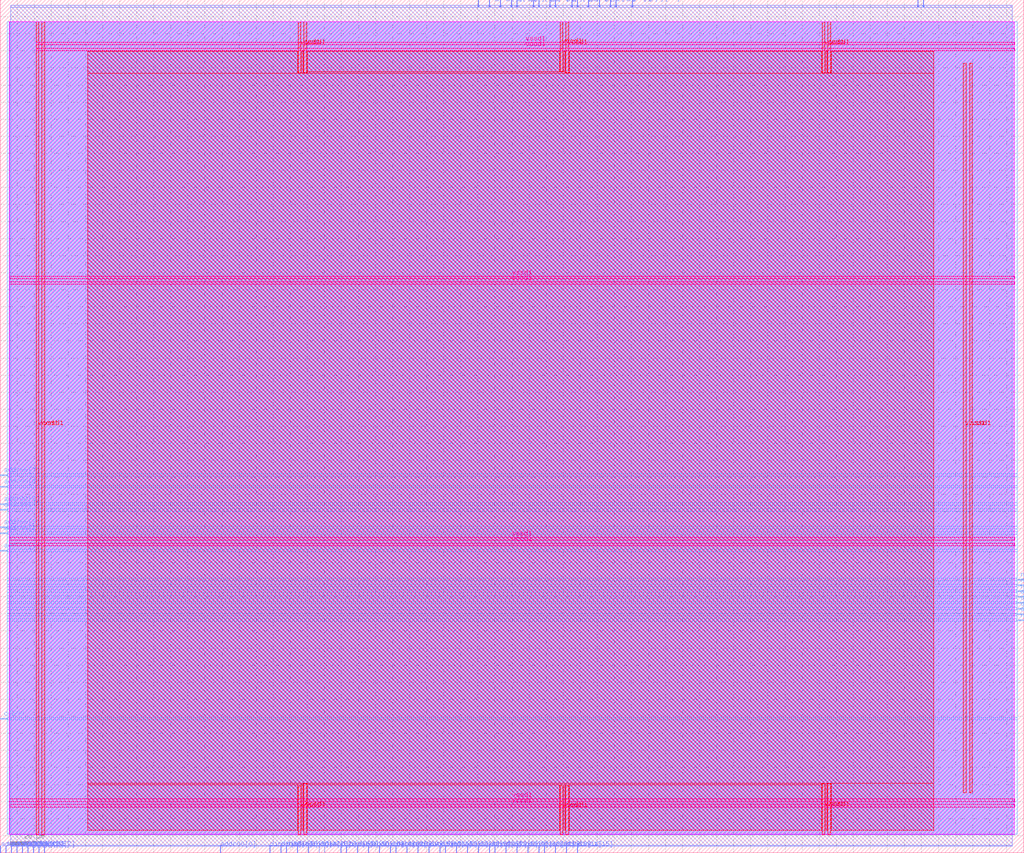
<source format=lef>
VERSION 5.7 ;
  NOWIREEXTENSIONATPIN ON ;
  DIVIDERCHAR "/" ;
  BUSBITCHARS "[]" ;
MACRO counter
  CLASS BLOCK ;
  FOREIGN counter ;
  ORIGIN 0.000 0.000 ;
  SIZE 600.000 BY 500.000 ;
  PIN addr00[0]
    DIRECTION INPUT ;
    USE SIGNAL ;
    ANTENNAGATEAREA 0.631200 ;
    ANTENNADIFFAREA 0.434700 ;
    PORT
      LAYER met2 ;
        RECT 128.890 0.000 129.170 4.000 ;
    END
  END addr00[0]
  PIN addr00[1]
    DIRECTION INPUT ;
    USE SIGNAL ;
    ANTENNAGATEAREA 0.631200 ;
    ANTENNADIFFAREA 0.434700 ;
    PORT
      LAYER met3 ;
        RECT 0.000 176.840 4.000 177.440 ;
    END
  END addr00[1]
  PIN addr00[2]
    DIRECTION INPUT ;
    USE SIGNAL ;
    ANTENNAGATEAREA 0.631200 ;
    ANTENNADIFFAREA 0.434700 ;
    PORT
      LAYER met3 ;
        RECT 0.000 187.040 4.000 187.640 ;
    END
  END addr00[2]
  PIN addr00[3]
    DIRECTION INPUT ;
    USE SIGNAL ;
    ANTENNAGATEAREA 0.631200 ;
    ANTENNADIFFAREA 0.434700 ;
    PORT
      LAYER met3 ;
        RECT 0.000 190.440 4.000 191.040 ;
    END
  END addr00[3]
  PIN addr00[4]
    DIRECTION INPUT ;
    USE SIGNAL ;
    ANTENNAGATEAREA 0.631200 ;
    ANTENNADIFFAREA 0.434700 ;
    PORT
      LAYER met3 ;
        RECT 0.000 200.640 4.000 201.240 ;
    END
  END addr00[4]
  PIN addr00[5]
    DIRECTION INPUT ;
    USE SIGNAL ;
    ANTENNAGATEAREA 0.631200 ;
    ANTENNADIFFAREA 0.434700 ;
    PORT
      LAYER met3 ;
        RECT 0.000 204.040 4.000 204.640 ;
    END
  END addr00[5]
  PIN addr00[6]
    DIRECTION INPUT ;
    USE SIGNAL ;
    ANTENNAGATEAREA 0.631200 ;
    ANTENNADIFFAREA 0.434700 ;
    PORT
      LAYER met3 ;
        RECT 0.000 214.240 4.000 214.840 ;
    END
  END addr00[6]
  PIN addr00[7]
    DIRECTION INPUT ;
    USE SIGNAL ;
    ANTENNAGATEAREA 0.631200 ;
    ANTENNADIFFAREA 0.434700 ;
    PORT
      LAYER met3 ;
        RECT 0.000 221.040 4.000 221.640 ;
    END
  END addr00[7]
  PIN addr01[0]
    DIRECTION INPUT ;
    USE SIGNAL ;
    PORT
      LAYER met2 ;
        RECT 0.090 0.000 0.370 4.000 ;
    END
  END addr01[0]
  PIN addr01[1]
    DIRECTION INPUT ;
    USE SIGNAL ;
    PORT
      LAYER met2 ;
        RECT 3.310 0.000 3.590 4.000 ;
    END
  END addr01[1]
  PIN addr01[2]
    DIRECTION INPUT ;
    USE SIGNAL ;
    PORT
      LAYER met2 ;
        RECT 6.530 0.000 6.810 4.000 ;
    END
  END addr01[2]
  PIN addr01[3]
    DIRECTION INPUT ;
    USE SIGNAL ;
    PORT
      LAYER met2 ;
        RECT 9.750 0.000 10.030 4.000 ;
    END
  END addr01[3]
  PIN addr01[4]
    DIRECTION INPUT ;
    USE SIGNAL ;
    PORT
      LAYER met2 ;
        RECT 12.970 0.000 13.250 4.000 ;
    END
  END addr01[4]
  PIN addr01[5]
    DIRECTION INPUT ;
    USE SIGNAL ;
    PORT
      LAYER met2 ;
        RECT 16.190 0.000 16.470 4.000 ;
    END
  END addr01[5]
  PIN addr01[6]
    DIRECTION INPUT ;
    USE SIGNAL ;
    PORT
      LAYER met2 ;
        RECT 19.410 0.000 19.690 4.000 ;
    END
  END addr01[6]
  PIN addr01[7]
    DIRECTION INPUT ;
    USE SIGNAL ;
    PORT
      LAYER met2 ;
        RECT 22.630 0.000 22.910 4.000 ;
    END
  END addr01[7]
  PIN clk
    DIRECTION INPUT ;
    USE SIGNAL ;
    ANTENNAGATEAREA 1.286700 ;
    ANTENNADIFFAREA 0.434700 ;
    PORT
      LAYER met2 ;
        RECT 541.050 496.000 541.330 500.000 ;
    END
  END clk
  PIN csb00
    DIRECTION INPUT ;
    USE SIGNAL ;
    ANTENNAGATEAREA 0.631200 ;
    ANTENNADIFFAREA 0.434700 ;
    PORT
      LAYER met3 ;
        RECT 0.000 78.240 4.000 78.840 ;
    END
  END csb00
  PIN csb01
    DIRECTION INPUT ;
    USE SIGNAL ;
    PORT
      LAYER met2 ;
        RECT 25.850 0.000 26.130 4.000 ;
    END
  END csb01
  PIN denum[0]
    DIRECTION INPUT ;
    USE SIGNAL ;
    ANTENNAGATEAREA 0.631200 ;
    ANTENNADIFFAREA 0.434700 ;
    PORT
      LAYER met3 ;
        RECT 596.000 142.840 600.000 143.440 ;
    END
  END denum[0]
  PIN denum[1]
    DIRECTION INPUT ;
    USE SIGNAL ;
    ANTENNAGATEAREA 0.631200 ;
    ANTENNADIFFAREA 0.434700 ;
    PORT
      LAYER met3 ;
        RECT 596.000 139.440 600.000 140.040 ;
    END
  END denum[1]
  PIN denum[2]
    DIRECTION INPUT ;
    USE SIGNAL ;
    ANTENNAGATEAREA 0.631200 ;
    ANTENNADIFFAREA 0.434700 ;
    PORT
      LAYER met3 ;
        RECT 596.000 149.640 600.000 150.240 ;
    END
  END denum[2]
  PIN denum[3]
    DIRECTION INPUT ;
    USE SIGNAL ;
    ANTENNAGATEAREA 0.631200 ;
    ANTENNADIFFAREA 0.434700 ;
    PORT
      LAYER met3 ;
        RECT 596.000 146.240 600.000 146.840 ;
    END
  END denum[3]
  PIN din00[0]
    DIRECTION INPUT ;
    USE SIGNAL ;
    ANTENNAGATEAREA 0.631200 ;
    ANTENNADIFFAREA 0.434700 ;
    PORT
      LAYER met2 ;
        RECT 157.870 0.000 158.150 4.000 ;
    END
  END din00[0]
  PIN din00[10]
    DIRECTION INPUT ;
    USE SIGNAL ;
    ANTENNAGATEAREA 0.631200 ;
    ANTENNADIFFAREA 0.434700 ;
    PORT
      LAYER met2 ;
        RECT 215.830 0.000 216.110 4.000 ;
    END
  END din00[10]
  PIN din00[11]
    DIRECTION INPUT ;
    USE SIGNAL ;
    ANTENNAGATEAREA 0.631200 ;
    ANTENNADIFFAREA 0.434700 ;
    PORT
      LAYER met2 ;
        RECT 222.270 0.000 222.550 4.000 ;
    END
  END din00[11]
  PIN din00[12]
    DIRECTION INPUT ;
    USE SIGNAL ;
    ANTENNAGATEAREA 0.631200 ;
    ANTENNADIFFAREA 0.434700 ;
    PORT
      LAYER met2 ;
        RECT 228.710 0.000 228.990 4.000 ;
    END
  END din00[12]
  PIN din00[13]
    DIRECTION INPUT ;
    USE SIGNAL ;
    ANTENNAGATEAREA 0.631200 ;
    ANTENNADIFFAREA 0.434700 ;
    PORT
      LAYER met2 ;
        RECT 231.930 0.000 232.210 4.000 ;
    END
  END din00[13]
  PIN din00[14]
    DIRECTION INPUT ;
    USE SIGNAL ;
    ANTENNAGATEAREA 0.631200 ;
    ANTENNADIFFAREA 0.434700 ;
    PORT
      LAYER met2 ;
        RECT 238.370 0.000 238.650 4.000 ;
    END
  END din00[14]
  PIN din00[15]
    DIRECTION INPUT ;
    USE SIGNAL ;
    ANTENNAGATEAREA 0.631200 ;
    ANTENNADIFFAREA 0.434700 ;
    PORT
      LAYER met2 ;
        RECT 244.810 0.000 245.090 4.000 ;
    END
  END din00[15]
  PIN din00[1]
    DIRECTION INPUT ;
    USE SIGNAL ;
    ANTENNAGATEAREA 0.631200 ;
    ANTENNADIFFAREA 0.434700 ;
    PORT
      LAYER met2 ;
        RECT 164.310 0.000 164.590 4.000 ;
    END
  END din00[1]
  PIN din00[2]
    DIRECTION INPUT ;
    USE SIGNAL ;
    ANTENNAGATEAREA 0.631200 ;
    ANTENNADIFFAREA 0.434700 ;
    PORT
      LAYER met2 ;
        RECT 167.530 0.000 167.810 4.000 ;
    END
  END din00[2]
  PIN din00[3]
    DIRECTION INPUT ;
    USE SIGNAL ;
    ANTENNAGATEAREA 0.631200 ;
    ANTENNADIFFAREA 0.434700 ;
    PORT
      LAYER met2 ;
        RECT 173.970 0.000 174.250 4.000 ;
    END
  END din00[3]
  PIN din00[4]
    DIRECTION INPUT ;
    USE SIGNAL ;
    ANTENNAGATEAREA 0.631200 ;
    ANTENNADIFFAREA 0.434700 ;
    PORT
      LAYER met2 ;
        RECT 180.410 0.000 180.690 4.000 ;
    END
  END din00[4]
  PIN din00[5]
    DIRECTION INPUT ;
    USE SIGNAL ;
    ANTENNAGATEAREA 0.631200 ;
    ANTENNADIFFAREA 0.434700 ;
    PORT
      LAYER met2 ;
        RECT 186.850 0.000 187.130 4.000 ;
    END
  END din00[5]
  PIN din00[6]
    DIRECTION INPUT ;
    USE SIGNAL ;
    ANTENNAGATEAREA 0.631200 ;
    ANTENNADIFFAREA 0.434700 ;
    PORT
      LAYER met2 ;
        RECT 190.070 0.000 190.350 4.000 ;
    END
  END din00[6]
  PIN din00[7]
    DIRECTION INPUT ;
    USE SIGNAL ;
    ANTENNAGATEAREA 0.631200 ;
    ANTENNADIFFAREA 0.434700 ;
    PORT
      LAYER met2 ;
        RECT 199.730 0.000 200.010 4.000 ;
    END
  END din00[7]
  PIN din00[8]
    DIRECTION INPUT ;
    USE SIGNAL ;
    ANTENNAGATEAREA 0.631200 ;
    ANTENNADIFFAREA 0.434700 ;
    PORT
      LAYER met2 ;
        RECT 202.950 0.000 203.230 4.000 ;
    END
  END din00[8]
  PIN din00[9]
    DIRECTION INPUT ;
    USE SIGNAL ;
    ANTENNAGATEAREA 0.631200 ;
    ANTENNADIFFAREA 0.434700 ;
    PORT
      LAYER met2 ;
        RECT 209.390 0.000 209.670 4.000 ;
    END
  END din00[9]
  PIN din01[0]
    DIRECTION INPUT ;
    USE SIGNAL ;
    ANTENNAGATEAREA 0.631200 ;
    ANTENNADIFFAREA 0.434700 ;
    PORT
      LAYER met2 ;
        RECT 251.250 0.000 251.530 4.000 ;
    END
  END din01[0]
  PIN din01[10]
    DIRECTION INPUT ;
    USE SIGNAL ;
    ANTENNAGATEAREA 0.631200 ;
    ANTENNADIFFAREA 0.434700 ;
    PORT
      LAYER met2 ;
        RECT 309.210 0.000 309.490 4.000 ;
    END
  END din01[10]
  PIN din01[11]
    DIRECTION INPUT ;
    USE SIGNAL ;
    ANTENNAGATEAREA 0.631200 ;
    ANTENNADIFFAREA 0.434700 ;
    PORT
      LAYER met2 ;
        RECT 315.650 0.000 315.930 4.000 ;
    END
  END din01[11]
  PIN din01[12]
    DIRECTION INPUT ;
    USE SIGNAL ;
    ANTENNAGATEAREA 0.631200 ;
    ANTENNADIFFAREA 0.434700 ;
    PORT
      LAYER met2 ;
        RECT 318.870 0.000 319.150 4.000 ;
    END
  END din01[12]
  PIN din01[13]
    DIRECTION INPUT ;
    USE SIGNAL ;
    ANTENNAGATEAREA 0.631200 ;
    ANTENNADIFFAREA 0.434700 ;
    PORT
      LAYER met2 ;
        RECT 325.310 0.000 325.590 4.000 ;
    END
  END din01[13]
  PIN din01[14]
    DIRECTION INPUT ;
    USE SIGNAL ;
    ANTENNAGATEAREA 0.631200 ;
    ANTENNADIFFAREA 0.434700 ;
    PORT
      LAYER met2 ;
        RECT 331.750 0.000 332.030 4.000 ;
    END
  END din01[14]
  PIN din01[15]
    DIRECTION INPUT ;
    USE SIGNAL ;
    ANTENNAGATEAREA 0.631200 ;
    ANTENNADIFFAREA 0.434700 ;
    PORT
      LAYER met2 ;
        RECT 338.190 0.000 338.470 4.000 ;
    END
  END din01[15]
  PIN din01[1]
    DIRECTION INPUT ;
    USE SIGNAL ;
    ANTENNAGATEAREA 0.631200 ;
    ANTENNADIFFAREA 0.434700 ;
    PORT
      LAYER met2 ;
        RECT 257.690 0.000 257.970 4.000 ;
    END
  END din01[1]
  PIN din01[2]
    DIRECTION INPUT ;
    USE SIGNAL ;
    ANTENNAGATEAREA 0.631200 ;
    ANTENNADIFFAREA 0.434700 ;
    PORT
      LAYER met2 ;
        RECT 260.910 0.000 261.190 4.000 ;
    END
  END din01[2]
  PIN din01[3]
    DIRECTION INPUT ;
    USE SIGNAL ;
    ANTENNAGATEAREA 0.631200 ;
    ANTENNADIFFAREA 0.434700 ;
    PORT
      LAYER met2 ;
        RECT 267.350 0.000 267.630 4.000 ;
    END
  END din01[3]
  PIN din01[4]
    DIRECTION INPUT ;
    USE SIGNAL ;
    ANTENNAGATEAREA 0.631200 ;
    ANTENNADIFFAREA 0.434700 ;
    PORT
      LAYER met2 ;
        RECT 273.790 0.000 274.070 4.000 ;
    END
  END din01[4]
  PIN din01[5]
    DIRECTION INPUT ;
    USE SIGNAL ;
    ANTENNAGATEAREA 0.631200 ;
    ANTENNADIFFAREA 0.434700 ;
    PORT
      LAYER met2 ;
        RECT 280.230 0.000 280.510 4.000 ;
    END
  END din01[5]
  PIN din01[6]
    DIRECTION INPUT ;
    USE SIGNAL ;
    ANTENNAGATEAREA 0.631200 ;
    ANTENNADIFFAREA 0.434700 ;
    PORT
      LAYER met2 ;
        RECT 286.670 0.000 286.950 4.000 ;
    END
  END din01[6]
  PIN din01[7]
    DIRECTION INPUT ;
    USE SIGNAL ;
    ANTENNAGATEAREA 0.631200 ;
    ANTENNADIFFAREA 0.434700 ;
    PORT
      LAYER met2 ;
        RECT 289.890 0.000 290.170 4.000 ;
    END
  END din01[7]
  PIN din01[8]
    DIRECTION INPUT ;
    USE SIGNAL ;
    ANTENNAGATEAREA 0.631200 ;
    ANTENNADIFFAREA 0.434700 ;
    PORT
      LAYER met2 ;
        RECT 296.330 0.000 296.610 4.000 ;
    END
  END din01[8]
  PIN din01[9]
    DIRECTION INPUT ;
    USE SIGNAL ;
    ANTENNAGATEAREA 0.631200 ;
    ANTENNADIFFAREA 0.434700 ;
    PORT
      LAYER met2 ;
        RECT 302.770 0.000 303.050 4.000 ;
    END
  END din01[9]
  PIN num[0]
    DIRECTION INPUT ;
    USE SIGNAL ;
    ANTENNAGATEAREA 0.631200 ;
    ANTENNADIFFAREA 0.434700 ;
    PORT
      LAYER met3 ;
        RECT 596.000 153.040 600.000 153.640 ;
    END
  END num[0]
  PIN num[1]
    DIRECTION INPUT ;
    USE SIGNAL ;
    ANTENNAGATEAREA 0.631200 ;
    ANTENNADIFFAREA 0.434700 ;
    PORT
      LAYER met3 ;
        RECT 596.000 159.840 600.000 160.440 ;
    END
  END num[1]
  PIN num[2]
    DIRECTION INPUT ;
    USE SIGNAL ;
    ANTENNAGATEAREA 0.631200 ;
    ANTENNADIFFAREA 0.434700 ;
    PORT
      LAYER met3 ;
        RECT 596.000 136.040 600.000 136.640 ;
    END
  END num[2]
  PIN num[3]
    DIRECTION INPUT ;
    USE SIGNAL ;
    ANTENNAGATEAREA 0.631200 ;
    ANTENNADIFFAREA 0.434700 ;
    PORT
      LAYER met3 ;
        RECT 596.000 156.440 600.000 157.040 ;
    END
  END num[3]
  PIN rst
    DIRECTION INPUT ;
    USE SIGNAL ;
    ANTENNAGATEAREA 0.593700 ;
    ANTENNADIFFAREA 0.434700 ;
    PORT
      LAYER met2 ;
        RECT 537.830 496.000 538.110 500.000 ;
    END
  END rst
  PIN sine_out[0]
    DIRECTION OUTPUT ;
    USE SIGNAL ;
    ANTENNADIFFAREA 0.445500 ;
    PORT
      LAYER met2 ;
        RECT 280.230 496.000 280.510 500.000 ;
    END
  END sine_out[0]
  PIN sine_out[10]
    DIRECTION OUTPUT ;
    USE SIGNAL ;
    ANTENNADIFFAREA 0.445500 ;
    PORT
      LAYER met2 ;
        RECT 338.190 496.000 338.470 500.000 ;
    END
  END sine_out[10]
  PIN sine_out[11]
    DIRECTION OUTPUT ;
    USE SIGNAL ;
    ANTENNADIFFAREA 0.445500 ;
    PORT
      LAYER met2 ;
        RECT 344.630 496.000 344.910 500.000 ;
    END
  END sine_out[11]
  PIN sine_out[12]
    DIRECTION OUTPUT ;
    USE SIGNAL ;
    ANTENNADIFFAREA 0.445500 ;
    PORT
      LAYER met2 ;
        RECT 351.070 496.000 351.350 500.000 ;
    END
  END sine_out[12]
  PIN sine_out[13]
    DIRECTION OUTPUT ;
    USE SIGNAL ;
    ANTENNADIFFAREA 0.445500 ;
    PORT
      LAYER met2 ;
        RECT 357.510 496.000 357.790 500.000 ;
    END
  END sine_out[13]
  PIN sine_out[14]
    DIRECTION OUTPUT ;
    USE SIGNAL ;
    ANTENNADIFFAREA 0.445500 ;
    PORT
      LAYER met2 ;
        RECT 360.730 496.000 361.010 500.000 ;
    END
  END sine_out[14]
  PIN sine_out[15]
    DIRECTION OUTPUT ;
    USE SIGNAL ;
    ANTENNADIFFAREA 0.445500 ;
    PORT
      LAYER met2 ;
        RECT 370.390 496.000 370.670 500.000 ;
    END
  END sine_out[15]
  PIN sine_out[1]
    DIRECTION OUTPUT ;
    USE SIGNAL ;
    ANTENNADIFFAREA 0.445500 ;
    PORT
      LAYER met2 ;
        RECT 286.670 496.000 286.950 500.000 ;
    END
  END sine_out[1]
  PIN sine_out[2]
    DIRECTION OUTPUT ;
    USE SIGNAL ;
    ANTENNADIFFAREA 0.445500 ;
    PORT
      LAYER met2 ;
        RECT 293.110 496.000 293.390 500.000 ;
    END
  END sine_out[2]
  PIN sine_out[3]
    DIRECTION OUTPUT ;
    USE SIGNAL ;
    ANTENNADIFFAREA 0.445500 ;
    PORT
      LAYER met2 ;
        RECT 302.770 496.000 303.050 500.000 ;
    END
  END sine_out[3]
  PIN sine_out[4]
    DIRECTION OUTPUT ;
    USE SIGNAL ;
    ANTENNADIFFAREA 0.445500 ;
    PORT
      LAYER met2 ;
        RECT 299.550 496.000 299.830 500.000 ;
    END
  END sine_out[4]
  PIN sine_out[5]
    DIRECTION OUTPUT ;
    USE SIGNAL ;
    ANTENNADIFFAREA 0.445500 ;
    PORT
      LAYER met2 ;
        RECT 312.430 496.000 312.710 500.000 ;
    END
  END sine_out[5]
  PIN sine_out[6]
    DIRECTION OUTPUT ;
    USE SIGNAL ;
    ANTENNADIFFAREA 0.445500 ;
    PORT
      LAYER met2 ;
        RECT 315.650 496.000 315.930 500.000 ;
    END
  END sine_out[6]
  PIN sine_out[7]
    DIRECTION OUTPUT ;
    USE SIGNAL ;
    ANTENNADIFFAREA 0.445500 ;
    PORT
      LAYER met2 ;
        RECT 322.090 496.000 322.370 500.000 ;
    END
  END sine_out[7]
  PIN sine_out[8]
    DIRECTION OUTPUT ;
    USE SIGNAL ;
    ANTENNADIFFAREA 0.445500 ;
    PORT
      LAYER met2 ;
        RECT 325.310 496.000 325.590 500.000 ;
    END
  END sine_out[8]
  PIN sine_out[9]
    DIRECTION OUTPUT ;
    USE SIGNAL ;
    ANTENNADIFFAREA 0.445500 ;
    PORT
      LAYER met2 ;
        RECT 334.970 496.000 335.250 500.000 ;
    END
  END sine_out[9]
  PIN vccd1
    DIRECTION INOUT ;
    USE POWER ;
    PORT
      LAYER met4 ;
        RECT 21.040 10.640 22.640 487.120 ;
    END
    PORT
      LAYER met4 ;
        RECT 174.640 10.640 176.240 39.400 ;
    END
    PORT
      LAYER met4 ;
        RECT 174.640 457.180 176.240 487.120 ;
    END
    PORT
      LAYER met4 ;
        RECT 328.240 10.640 329.840 39.400 ;
    END
    PORT
      LAYER met4 ;
        RECT 328.240 458.100 329.840 487.120 ;
    END
    PORT
      LAYER met4 ;
        RECT 481.840 10.640 483.440 40.320 ;
    END
    PORT
      LAYER met4 ;
        RECT 481.840 457.180 483.440 487.120 ;
    END
    PORT
      LAYER met5 ;
        RECT 5.280 26.730 594.560 28.330 ;
    END
    PORT
      LAYER met5 ;
        RECT 5.280 179.910 594.560 181.510 ;
    END
    PORT
      LAYER met5 ;
        RECT 5.280 333.090 594.560 334.690 ;
    END
    PORT
      LAYER met4 ;
        RECT 564.540 35.120 566.140 462.640 ;
    END
    PORT
      LAYER met5 ;
        RECT 21.040 470.100 594.560 471.700 ;
    END
  END vccd1
  PIN vssd1
    DIRECTION INOUT ;
    USE GROUND ;
    PORT
      LAYER met4 ;
        RECT 24.340 10.640 25.940 487.120 ;
    END
    PORT
      LAYER met4 ;
        RECT 177.940 10.640 179.540 40.320 ;
    END
    PORT
      LAYER met4 ;
        RECT 177.940 457.180 179.540 487.120 ;
    END
    PORT
      LAYER met4 ;
        RECT 331.540 10.640 333.140 39.400 ;
    END
    PORT
      LAYER met4 ;
        RECT 331.540 457.180 333.140 487.120 ;
    END
    PORT
      LAYER met4 ;
        RECT 485.140 10.640 486.740 40.320 ;
    END
    PORT
      LAYER met4 ;
        RECT 485.140 457.180 486.740 487.120 ;
    END
    PORT
      LAYER met5 ;
        RECT 5.280 30.030 594.560 31.630 ;
    END
    PORT
      LAYER met5 ;
        RECT 5.280 183.210 594.560 184.810 ;
    END
    PORT
      LAYER met5 ;
        RECT 5.280 336.390 594.560 337.990 ;
    END
    PORT
      LAYER met4 ;
        RECT 568.220 35.120 569.820 462.640 ;
    END
    PORT
      LAYER met5 ;
        RECT 21.040 473.500 594.560 475.100 ;
    END
  END vssd1
  OBS
      LAYER nwell ;
        RECT 5.330 10.795 594.510 487.070 ;
      LAYER li1 ;
        RECT 5.520 10.795 594.320 486.965 ;
      LAYER met1 ;
        RECT 5.520 10.640 594.320 487.120 ;
      LAYER met2 ;
        RECT 6.070 495.720 279.950 496.810 ;
        RECT 280.790 495.720 286.390 496.810 ;
        RECT 287.230 495.720 292.830 496.810 ;
        RECT 293.670 495.720 299.270 496.810 ;
        RECT 300.110 495.720 302.490 496.810 ;
        RECT 303.330 495.720 312.150 496.810 ;
        RECT 312.990 495.720 315.370 496.810 ;
        RECT 316.210 495.720 321.810 496.810 ;
        RECT 322.650 495.720 325.030 496.810 ;
        RECT 325.870 495.720 334.690 496.810 ;
        RECT 335.530 495.720 337.910 496.810 ;
        RECT 338.750 495.720 344.350 496.810 ;
        RECT 345.190 495.720 350.790 496.810 ;
        RECT 351.630 495.720 357.230 496.810 ;
        RECT 358.070 495.720 360.450 496.810 ;
        RECT 361.290 495.720 370.110 496.810 ;
        RECT 370.950 495.720 537.550 496.810 ;
        RECT 538.390 495.720 540.770 496.810 ;
        RECT 541.610 495.720 593.310 496.810 ;
        RECT 6.070 4.280 593.310 495.720 ;
        RECT 6.070 3.670 6.250 4.280 ;
        RECT 7.090 3.670 9.470 4.280 ;
        RECT 10.310 3.670 12.690 4.280 ;
        RECT 13.530 3.670 15.910 4.280 ;
        RECT 16.750 3.670 19.130 4.280 ;
        RECT 19.970 3.670 22.350 4.280 ;
        RECT 23.190 3.670 25.570 4.280 ;
        RECT 26.410 3.670 128.610 4.280 ;
        RECT 129.450 3.670 157.590 4.280 ;
        RECT 158.430 3.670 164.030 4.280 ;
        RECT 164.870 3.670 167.250 4.280 ;
        RECT 168.090 3.670 173.690 4.280 ;
        RECT 174.530 3.670 180.130 4.280 ;
        RECT 180.970 3.670 186.570 4.280 ;
        RECT 187.410 3.670 189.790 4.280 ;
        RECT 190.630 3.670 199.450 4.280 ;
        RECT 200.290 3.670 202.670 4.280 ;
        RECT 203.510 3.670 209.110 4.280 ;
        RECT 209.950 3.670 215.550 4.280 ;
        RECT 216.390 3.670 221.990 4.280 ;
        RECT 222.830 3.670 228.430 4.280 ;
        RECT 229.270 3.670 231.650 4.280 ;
        RECT 232.490 3.670 238.090 4.280 ;
        RECT 238.930 3.670 244.530 4.280 ;
        RECT 245.370 3.670 250.970 4.280 ;
        RECT 251.810 3.670 257.410 4.280 ;
        RECT 258.250 3.670 260.630 4.280 ;
        RECT 261.470 3.670 267.070 4.280 ;
        RECT 267.910 3.670 273.510 4.280 ;
        RECT 274.350 3.670 279.950 4.280 ;
        RECT 280.790 3.670 286.390 4.280 ;
        RECT 287.230 3.670 289.610 4.280 ;
        RECT 290.450 3.670 296.050 4.280 ;
        RECT 296.890 3.670 302.490 4.280 ;
        RECT 303.330 3.670 308.930 4.280 ;
        RECT 309.770 3.670 315.370 4.280 ;
        RECT 316.210 3.670 318.590 4.280 ;
        RECT 319.430 3.670 325.030 4.280 ;
        RECT 325.870 3.670 331.470 4.280 ;
        RECT 332.310 3.670 337.910 4.280 ;
        RECT 338.750 3.670 593.310 4.280 ;
      LAYER met3 ;
        RECT 4.000 222.040 596.000 487.045 ;
        RECT 4.400 220.640 596.000 222.040 ;
        RECT 4.000 215.240 596.000 220.640 ;
        RECT 4.400 213.840 596.000 215.240 ;
        RECT 4.000 205.040 596.000 213.840 ;
        RECT 4.400 203.640 596.000 205.040 ;
        RECT 4.000 201.640 596.000 203.640 ;
        RECT 4.400 200.240 596.000 201.640 ;
        RECT 4.000 191.440 596.000 200.240 ;
        RECT 4.400 190.040 596.000 191.440 ;
        RECT 4.000 188.040 596.000 190.040 ;
        RECT 4.400 186.640 596.000 188.040 ;
        RECT 4.000 177.840 596.000 186.640 ;
        RECT 4.400 176.440 596.000 177.840 ;
        RECT 4.000 160.840 596.000 176.440 ;
        RECT 4.000 159.440 595.600 160.840 ;
        RECT 4.000 157.440 596.000 159.440 ;
        RECT 4.000 156.040 595.600 157.440 ;
        RECT 4.000 154.040 596.000 156.040 ;
        RECT 4.000 152.640 595.600 154.040 ;
        RECT 4.000 150.640 596.000 152.640 ;
        RECT 4.000 149.240 595.600 150.640 ;
        RECT 4.000 147.240 596.000 149.240 ;
        RECT 4.000 145.840 595.600 147.240 ;
        RECT 4.000 143.840 596.000 145.840 ;
        RECT 4.000 142.440 595.600 143.840 ;
        RECT 4.000 140.440 596.000 142.440 ;
        RECT 4.000 139.040 595.600 140.440 ;
        RECT 4.000 137.040 596.000 139.040 ;
        RECT 4.000 135.640 595.600 137.040 ;
        RECT 4.000 79.240 596.000 135.640 ;
        RECT 4.400 77.840 596.000 79.240 ;
        RECT 4.000 10.715 596.000 77.840 ;
      LAYER met4 ;
        RECT 51.360 456.780 174.240 469.705 ;
        RECT 176.640 456.780 177.540 469.705 ;
        RECT 179.940 457.700 327.840 469.705 ;
        RECT 330.240 457.700 331.140 469.705 ;
        RECT 179.940 456.780 331.140 457.700 ;
        RECT 333.540 456.780 481.440 469.705 ;
        RECT 483.840 456.780 484.740 469.705 ;
        RECT 487.140 456.780 547.105 469.705 ;
        RECT 51.360 40.720 547.105 456.780 ;
        RECT 51.360 39.800 177.540 40.720 ;
        RECT 51.360 13.095 174.240 39.800 ;
        RECT 176.640 13.095 177.540 39.800 ;
        RECT 179.940 39.800 481.440 40.720 ;
        RECT 179.940 13.095 327.840 39.800 ;
        RECT 330.240 13.095 331.140 39.800 ;
        RECT 333.540 13.095 481.440 39.800 ;
        RECT 483.840 13.095 484.740 40.720 ;
        RECT 487.140 13.095 547.105 40.720 ;
  END
END counter
END LIBRARY


</source>
